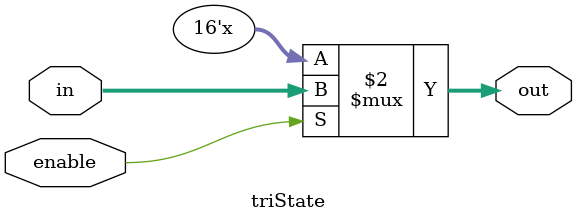
<source format=v>
`timescale 1ns / 1ps

module triState(in,out,enable);
input enable;
input[15:0] in;
output[15:0] out;

assign out = (enable == 1) ? in : 16'bzzzzzzzzzzzzzzzz;

endmodule

</source>
